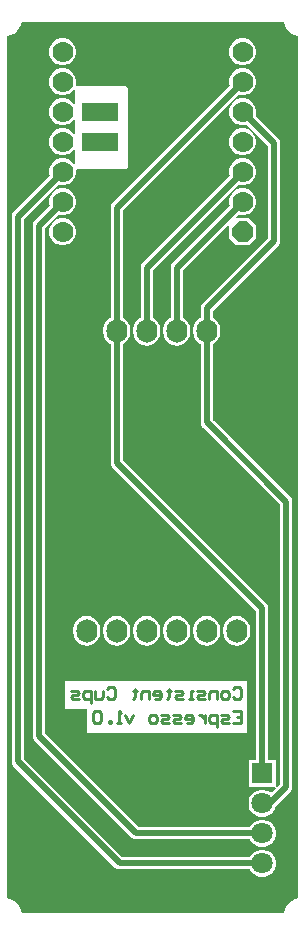
<source format=gbl>
G04*
G04 #@! TF.GenerationSoftware,Altium Limited,CircuitMaker,2.2.1 (6)*
G04*
G04 Layer_Physical_Order=2*
G04 Layer_Color=11436288*
%FSLAX25Y25*%
%MOIN*%
G70*
G04*
G04 #@! TF.SameCoordinates,563EFCBF-3155-4DB8-BDB2-99B1944089B0*
G04*
G04*
G04 #@! TF.FilePolarity,Positive*
G04*
G01*
G75*
%ADD10C,0.02000*%
%ADD11C,0.01000*%
%ADD12C,0.07000*%
%ADD13P,0.07577X8X202.5*%
%ADD14R,0.12000X0.06000*%
%ADD15O,0.07000X0.07874*%
%ADD16R,0.07087X0.07087*%
%ADD17C,0.07087*%
G36*
X558966Y488500D02*
X559569Y487371D01*
X560382Y486382D01*
X561371Y485569D01*
X562500Y484966D01*
X563471Y484671D01*
Y197328D01*
X562500Y197034D01*
X561371Y196431D01*
X560382Y195618D01*
X559569Y194629D01*
X558966Y193500D01*
X558672Y192529D01*
X471328D01*
X471034Y193500D01*
X470431Y194629D01*
X469618Y195618D01*
X468629Y196431D01*
X467499Y197034D01*
X466529Y197328D01*
Y484671D01*
X467499Y484966D01*
X468629Y485569D01*
X469618Y486382D01*
X470431Y487371D01*
X471034Y488500D01*
X471328Y489471D01*
X558672D01*
X558966Y488500D01*
D02*
G37*
%LPC*%
G36*
X545592Y484000D02*
X544408D01*
X543263Y483693D01*
X542237Y483101D01*
X541399Y482263D01*
X540807Y481237D01*
X540500Y480092D01*
Y478908D01*
X540807Y477763D01*
X541399Y476737D01*
X542237Y475899D01*
X543263Y475307D01*
X544408Y475000D01*
X545592D01*
X546737Y475307D01*
X547763Y475899D01*
X548601Y476737D01*
X549193Y477763D01*
X549500Y478908D01*
Y480092D01*
X549193Y481237D01*
X548601Y482263D01*
X547763Y483101D01*
X546737Y483693D01*
X545592Y484000D01*
D02*
G37*
G36*
X485592D02*
X484408D01*
X483263Y483693D01*
X482237Y483101D01*
X481399Y482263D01*
X480807Y481237D01*
X480500Y480092D01*
Y478908D01*
X480807Y477763D01*
X481399Y476737D01*
X482237Y475899D01*
X483263Y475307D01*
X484408Y475000D01*
X485592D01*
X486737Y475307D01*
X487763Y475899D01*
X488601Y476737D01*
X489193Y477763D01*
X489500Y478908D01*
Y480092D01*
X489193Y481237D01*
X488601Y482263D01*
X487763Y483101D01*
X486737Y483693D01*
X485592Y484000D01*
D02*
G37*
G36*
X545592Y474000D02*
X544408D01*
X543263Y473693D01*
X542237Y473101D01*
X541399Y472263D01*
X540807Y471237D01*
X540500Y470092D01*
Y468908D01*
X540716Y468100D01*
X501558Y428942D01*
X501116Y428280D01*
X500961Y427500D01*
Y390963D01*
X500731Y390868D01*
X499791Y390146D01*
X499069Y389206D01*
X498616Y388112D01*
X498461Y386937D01*
Y386063D01*
X498616Y384888D01*
X499069Y383794D01*
X499791Y382854D01*
X500731Y382132D01*
X500961Y382037D01*
Y342500D01*
X501116Y341720D01*
X501558Y341058D01*
X549461Y293155D01*
Y243543D01*
X546957D01*
Y234457D01*
X555581D01*
X555866Y234457D01*
X556094Y233978D01*
X554521Y232404D01*
X554290Y232635D01*
X553254Y233234D01*
X552098Y233543D01*
X550902D01*
X549746Y233234D01*
X548710Y232635D01*
X547864Y231790D01*
X547266Y230754D01*
X546957Y229598D01*
Y228402D01*
X547266Y227246D01*
X547864Y226210D01*
X548710Y225364D01*
X549746Y224766D01*
X550902Y224457D01*
X552098D01*
X553254Y224766D01*
X554290Y225364D01*
X555135Y226210D01*
X555734Y227246D01*
X555955Y228071D01*
X560942Y233058D01*
X560942Y233058D01*
X561384Y233720D01*
X561539Y234500D01*
Y329500D01*
X561384Y330280D01*
X560942Y330942D01*
X535039Y356845D01*
Y382037D01*
X535269Y382132D01*
X536209Y382854D01*
X536931Y383794D01*
X537384Y384888D01*
X537539Y386063D01*
Y386937D01*
X537384Y388112D01*
X536931Y389206D01*
X536209Y390146D01*
X535269Y390868D01*
X535039Y390963D01*
Y393155D01*
X556942Y415058D01*
X556942Y415058D01*
X557384Y415720D01*
X557539Y416500D01*
X557539Y416500D01*
Y449000D01*
X557384Y449780D01*
X556942Y450442D01*
X549284Y458100D01*
X549500Y458908D01*
Y460092D01*
X549193Y461237D01*
X548601Y462263D01*
X547763Y463101D01*
X546737Y463693D01*
X545592Y464000D01*
X544408D01*
X543263Y463693D01*
X542237Y463101D01*
X541399Y462263D01*
X540807Y461237D01*
X540500Y460092D01*
Y458908D01*
X540807Y457763D01*
X541399Y456737D01*
X542237Y455899D01*
X543263Y455307D01*
X544408Y455000D01*
X545592D01*
X546400Y455216D01*
X553461Y448155D01*
Y417345D01*
X531558Y395442D01*
X531116Y394780D01*
X530961Y394000D01*
Y390963D01*
X530731Y390868D01*
X529791Y390146D01*
X529069Y389206D01*
X528616Y388112D01*
X528461Y386937D01*
Y386063D01*
X528616Y384888D01*
X529069Y383794D01*
X529791Y382854D01*
X530731Y382132D01*
X530961Y382037D01*
Y356000D01*
X531116Y355220D01*
X531558Y354558D01*
X557461Y328655D01*
Y235345D01*
X556522Y234406D01*
X556043Y234634D01*
X556043Y234883D01*
Y243543D01*
X553539D01*
Y294000D01*
X553384Y294780D01*
X552942Y295442D01*
X505039Y343345D01*
Y382037D01*
X505269Y382132D01*
X506209Y382854D01*
X506931Y383794D01*
X507384Y384888D01*
X507539Y386063D01*
Y386937D01*
X507384Y388112D01*
X506931Y389206D01*
X506209Y390146D01*
X505269Y390868D01*
X505039Y390963D01*
Y426655D01*
X543600Y465216D01*
X544408Y465000D01*
X545592D01*
X546737Y465307D01*
X547763Y465899D01*
X548601Y466737D01*
X549193Y467763D01*
X549500Y468908D01*
Y470092D01*
X549193Y471237D01*
X548601Y472263D01*
X547763Y473101D01*
X546737Y473693D01*
X545592Y474000D01*
D02*
G37*
G36*
X485592D02*
X484408D01*
X483263Y473693D01*
X482237Y473101D01*
X481399Y472263D01*
X480807Y471237D01*
X480500Y470092D01*
Y468908D01*
X480807Y467763D01*
X481399Y466737D01*
X482237Y465899D01*
X483263Y465307D01*
X484408Y465000D01*
X485592D01*
X486737Y465307D01*
X487763Y465899D01*
X488601Y466737D01*
X488730Y466961D01*
X489230Y466827D01*
Y462173D01*
X488730Y462039D01*
X488601Y462263D01*
X487763Y463101D01*
X486737Y463693D01*
X485592Y464000D01*
X484408D01*
X483263Y463693D01*
X482237Y463101D01*
X481399Y462263D01*
X480807Y461237D01*
X480500Y460092D01*
Y458908D01*
X480807Y457763D01*
X481399Y456737D01*
X482237Y455899D01*
X483263Y455307D01*
X484408Y455000D01*
X485592D01*
X486737Y455307D01*
X487763Y455899D01*
X488601Y456737D01*
X488730Y456961D01*
X489230Y456827D01*
Y452173D01*
X488730Y452039D01*
X488601Y452263D01*
X487763Y453101D01*
X486737Y453693D01*
X485592Y454000D01*
X484408D01*
X483263Y453693D01*
X482237Y453101D01*
X481399Y452263D01*
X480807Y451237D01*
X480500Y450092D01*
Y448908D01*
X480807Y447763D01*
X481399Y446737D01*
X482237Y445899D01*
X483263Y445307D01*
X484408Y445000D01*
X485592D01*
X486737Y445307D01*
X487763Y445899D01*
X488601Y446737D01*
X488730Y446961D01*
X489230Y446827D01*
Y442173D01*
X488730Y442039D01*
X488601Y442263D01*
X487763Y443101D01*
X486737Y443693D01*
X485592Y444000D01*
X484408D01*
X483263Y443693D01*
X482237Y443101D01*
X481399Y442263D01*
X480807Y441237D01*
X480500Y440092D01*
Y438908D01*
X480716Y438100D01*
X468558Y425942D01*
X468116Y425280D01*
X467961Y424500D01*
Y243000D01*
X468116Y242220D01*
X468558Y241558D01*
X502558Y207558D01*
X503220Y207116D01*
X504000Y206961D01*
X547431D01*
X547864Y206210D01*
X548710Y205364D01*
X549746Y204766D01*
X550902Y204457D01*
X552098D01*
X553254Y204766D01*
X554290Y205364D01*
X555135Y206210D01*
X555734Y207246D01*
X556043Y208402D01*
Y209598D01*
X555734Y210754D01*
X555135Y211790D01*
X554290Y212635D01*
X553254Y213234D01*
X552098Y213543D01*
X550902D01*
X549746Y213234D01*
X548710Y212635D01*
X547864Y211790D01*
X547431Y211039D01*
X504845D01*
X472039Y243845D01*
Y423655D01*
X483600Y435216D01*
X484408Y435000D01*
X485592D01*
X486737Y435307D01*
X487763Y435899D01*
X488601Y436737D01*
X489193Y437763D01*
X489500Y438908D01*
Y440092D01*
X489466Y440220D01*
X489739Y440455D01*
X489895Y440551D01*
X490250Y440480D01*
X505750D01*
X506140Y440558D01*
X506471Y440779D01*
X506692Y441110D01*
X506770Y441500D01*
Y467000D01*
X506692Y467390D01*
X506471Y467721D01*
X506140Y467942D01*
X505750Y468020D01*
X490250D01*
X489860Y467942D01*
X489737Y467860D01*
X489303Y468171D01*
X489500Y468908D01*
Y470092D01*
X489193Y471237D01*
X488601Y472263D01*
X487763Y473101D01*
X486737Y473693D01*
X485592Y474000D01*
D02*
G37*
G36*
X545592Y454000D02*
X544408D01*
X543263Y453693D01*
X542237Y453101D01*
X541399Y452263D01*
X540807Y451237D01*
X540500Y450092D01*
Y448908D01*
X540807Y447763D01*
X541399Y446737D01*
X542237Y445899D01*
X543263Y445307D01*
X544408Y445000D01*
X545592D01*
X546737Y445307D01*
X547763Y445899D01*
X548601Y446737D01*
X549193Y447763D01*
X549500Y448908D01*
Y450092D01*
X549193Y451237D01*
X548601Y452263D01*
X547763Y453101D01*
X546737Y453693D01*
X545592Y454000D01*
D02*
G37*
G36*
Y444000D02*
X544408D01*
X543263Y443693D01*
X542237Y443101D01*
X541399Y442263D01*
X540807Y441237D01*
X540500Y440092D01*
Y438908D01*
X540716Y438100D01*
X511558Y408942D01*
X511116Y408280D01*
X510961Y407500D01*
Y390963D01*
X510731Y390868D01*
X509791Y390146D01*
X509069Y389206D01*
X508616Y388112D01*
X508461Y386937D01*
Y386063D01*
X508616Y384888D01*
X509069Y383794D01*
X509791Y382854D01*
X510731Y382132D01*
X511825Y381679D01*
X513000Y381524D01*
X514175Y381679D01*
X515269Y382132D01*
X516209Y382854D01*
X516931Y383794D01*
X517384Y384888D01*
X517539Y386063D01*
Y386937D01*
X517384Y388112D01*
X516931Y389206D01*
X516209Y390146D01*
X515269Y390868D01*
X515039Y390963D01*
Y406655D01*
X543600Y435216D01*
X544408Y435000D01*
X545592D01*
X546737Y435307D01*
X547763Y435899D01*
X548601Y436737D01*
X549193Y437763D01*
X549500Y438908D01*
Y440092D01*
X549193Y441237D01*
X548601Y442263D01*
X547763Y443101D01*
X546737Y443693D01*
X545592Y444000D01*
D02*
G37*
G36*
Y434000D02*
X544408D01*
X543263Y433693D01*
X542237Y433101D01*
X541399Y432263D01*
X540807Y431237D01*
X540500Y430092D01*
Y428908D01*
X540716Y428100D01*
X521558Y408942D01*
X521116Y408280D01*
X520961Y407500D01*
Y390963D01*
X520731Y390868D01*
X519791Y390146D01*
X519069Y389206D01*
X518616Y388112D01*
X518461Y386937D01*
Y386063D01*
X518616Y384888D01*
X519069Y383794D01*
X519791Y382854D01*
X520731Y382132D01*
X521825Y381679D01*
X523000Y381524D01*
X524175Y381679D01*
X525269Y382132D01*
X526209Y382854D01*
X526931Y383794D01*
X527384Y384888D01*
X527539Y386063D01*
Y386937D01*
X527384Y388112D01*
X526931Y389206D01*
X526209Y390146D01*
X525269Y390868D01*
X525039Y390963D01*
Y406655D01*
X540000Y421616D01*
X540500Y421409D01*
Y417250D01*
X542750Y415000D01*
X547250D01*
X549500Y417250D01*
Y421750D01*
X547250Y424000D01*
X543091D01*
X542884Y424500D01*
X543600Y425216D01*
X544408Y425000D01*
X545592D01*
X546737Y425307D01*
X547763Y425899D01*
X548601Y426737D01*
X549193Y427763D01*
X549500Y428908D01*
Y430092D01*
X549193Y431237D01*
X548601Y432263D01*
X547763Y433101D01*
X546737Y433693D01*
X545592Y434000D01*
D02*
G37*
G36*
X485592D02*
X484408D01*
X483263Y433693D01*
X482237Y433101D01*
X481399Y432263D01*
X480807Y431237D01*
X480500Y430092D01*
Y428908D01*
X480716Y428100D01*
X475558Y422942D01*
X475116Y422280D01*
X474961Y421500D01*
Y251500D01*
X475116Y250720D01*
X475558Y250058D01*
X508058Y217558D01*
X508720Y217116D01*
X509500Y216961D01*
X547431D01*
X547864Y216210D01*
X548710Y215365D01*
X549746Y214766D01*
X550902Y214457D01*
X552098D01*
X553254Y214766D01*
X554290Y215365D01*
X555135Y216210D01*
X555734Y217246D01*
X556043Y218402D01*
Y219598D01*
X555734Y220754D01*
X555135Y221790D01*
X554290Y222636D01*
X553254Y223234D01*
X552098Y223543D01*
X550902D01*
X549746Y223234D01*
X548710Y222636D01*
X547864Y221790D01*
X547431Y221039D01*
X510345D01*
X479039Y252345D01*
Y420655D01*
X483600Y425216D01*
X484408Y425000D01*
X485592D01*
X486737Y425307D01*
X487763Y425899D01*
X488601Y426737D01*
X489193Y427763D01*
X489500Y428908D01*
Y430092D01*
X489193Y431237D01*
X488601Y432263D01*
X487763Y433101D01*
X486737Y433693D01*
X485592Y434000D01*
D02*
G37*
G36*
Y424000D02*
X484408D01*
X483263Y423693D01*
X482237Y423101D01*
X481399Y422263D01*
X480807Y421237D01*
X480500Y420092D01*
Y418908D01*
X480807Y417763D01*
X481399Y416737D01*
X482237Y415899D01*
X483263Y415307D01*
X484408Y415000D01*
X485592D01*
X486737Y415307D01*
X487763Y415899D01*
X488601Y416737D01*
X489193Y417763D01*
X489500Y418908D01*
Y420092D01*
X489193Y421237D01*
X488601Y422263D01*
X487763Y423101D01*
X486737Y423693D01*
X485592Y424000D01*
D02*
G37*
G36*
X543000Y291476D02*
X541825Y291321D01*
X540731Y290868D01*
X539791Y290146D01*
X539069Y289206D01*
X538616Y288112D01*
X538461Y286937D01*
Y286063D01*
X538616Y284888D01*
X539069Y283794D01*
X539791Y282854D01*
X540731Y282132D01*
X541825Y281679D01*
X543000Y281524D01*
X544175Y281679D01*
X545269Y282132D01*
X546209Y282854D01*
X546931Y283794D01*
X547384Y284888D01*
X547539Y286063D01*
Y286937D01*
X547384Y288112D01*
X546931Y289206D01*
X546209Y290146D01*
X545269Y290868D01*
X544175Y291321D01*
X543000Y291476D01*
D02*
G37*
G36*
X533000D02*
X531825Y291321D01*
X530731Y290868D01*
X529791Y290146D01*
X529069Y289206D01*
X528616Y288112D01*
X528461Y286937D01*
Y286063D01*
X528616Y284888D01*
X529069Y283794D01*
X529791Y282854D01*
X530731Y282132D01*
X531825Y281679D01*
X533000Y281524D01*
X534175Y281679D01*
X535269Y282132D01*
X536209Y282854D01*
X536931Y283794D01*
X537384Y284888D01*
X537539Y286063D01*
Y286937D01*
X537384Y288112D01*
X536931Y289206D01*
X536209Y290146D01*
X535269Y290868D01*
X534175Y291321D01*
X533000Y291476D01*
D02*
G37*
G36*
X523000D02*
X521825Y291321D01*
X520731Y290868D01*
X519791Y290146D01*
X519069Y289206D01*
X518616Y288112D01*
X518461Y286937D01*
Y286063D01*
X518616Y284888D01*
X519069Y283794D01*
X519791Y282854D01*
X520731Y282132D01*
X521825Y281679D01*
X523000Y281524D01*
X524175Y281679D01*
X525269Y282132D01*
X526209Y282854D01*
X526931Y283794D01*
X527384Y284888D01*
X527539Y286063D01*
Y286937D01*
X527384Y288112D01*
X526931Y289206D01*
X526209Y290146D01*
X525269Y290868D01*
X524175Y291321D01*
X523000Y291476D01*
D02*
G37*
G36*
X513000D02*
X511825Y291321D01*
X510731Y290868D01*
X509791Y290146D01*
X509069Y289206D01*
X508616Y288112D01*
X508461Y286937D01*
Y286063D01*
X508616Y284888D01*
X509069Y283794D01*
X509791Y282854D01*
X510731Y282132D01*
X511825Y281679D01*
X513000Y281524D01*
X514175Y281679D01*
X515269Y282132D01*
X516209Y282854D01*
X516931Y283794D01*
X517384Y284888D01*
X517539Y286063D01*
Y286937D01*
X517384Y288112D01*
X516931Y289206D01*
X516209Y290146D01*
X515269Y290868D01*
X514175Y291321D01*
X513000Y291476D01*
D02*
G37*
G36*
X503000D02*
X501825Y291321D01*
X500731Y290868D01*
X499791Y290146D01*
X499069Y289206D01*
X498616Y288112D01*
X498461Y286937D01*
Y286063D01*
X498616Y284888D01*
X499069Y283794D01*
X499791Y282854D01*
X500731Y282132D01*
X501825Y281679D01*
X503000Y281524D01*
X504175Y281679D01*
X505269Y282132D01*
X506209Y282854D01*
X506931Y283794D01*
X507384Y284888D01*
X507539Y286063D01*
Y286937D01*
X507384Y288112D01*
X506931Y289206D01*
X506209Y290146D01*
X505269Y290868D01*
X504175Y291321D01*
X503000Y291476D01*
D02*
G37*
G36*
X493000D02*
X491825Y291321D01*
X490731Y290868D01*
X489791Y290146D01*
X489069Y289206D01*
X488616Y288112D01*
X488461Y286937D01*
Y286063D01*
X488616Y284888D01*
X489069Y283794D01*
X489791Y282854D01*
X490731Y282132D01*
X491825Y281679D01*
X493000Y281524D01*
X494175Y281679D01*
X495269Y282132D01*
X496209Y282854D01*
X496931Y283794D01*
X497384Y284888D01*
X497539Y286063D01*
Y286937D01*
X497384Y288112D01*
X496931Y289206D01*
X496209Y290146D01*
X495269Y290868D01*
X494175Y291321D01*
X493000Y291476D01*
D02*
G37*
G36*
X546500Y269832D02*
X485852D01*
Y260500D01*
X493183D01*
Y252500D01*
X546500D01*
Y260500D01*
Y269832D01*
D02*
G37*
%LPD*%
D10*
X545000Y459500D02*
X555500Y449000D01*
Y416500D02*
Y449000D01*
X533000Y394000D02*
X555500Y416500D01*
X533000Y386500D02*
Y394000D01*
X477000Y421500D02*
X485000Y429500D01*
X477000Y251500D02*
Y421500D01*
Y251500D02*
X509500Y219000D01*
X470000Y424500D02*
X485000Y439500D01*
X470000Y243000D02*
Y424500D01*
Y243000D02*
X504000Y209000D01*
X559500Y234500D02*
Y329500D01*
X554000Y229000D02*
X559500Y234500D01*
X551500Y229000D02*
X554000D01*
X533000Y356000D02*
X559500Y329500D01*
X503000Y342500D02*
X551500Y294000D01*
Y239000D02*
Y294000D01*
X503000Y342500D02*
Y386500D01*
X509500Y219000D02*
X551500D01*
X504000Y209000D02*
X551500D01*
X513000Y386500D02*
Y407500D01*
X545000Y439500D01*
X523000Y386500D02*
Y407500D01*
X545000Y429500D01*
X503000Y386500D02*
Y427500D01*
X545000Y469500D01*
X533000Y356000D02*
Y386500D01*
D11*
X541834Y259832D02*
X544500D01*
Y255833D01*
X541834D01*
X544500Y257832D02*
X543167D01*
X540501Y255833D02*
X538502D01*
X537836Y256499D01*
X538502Y257166D01*
X539835D01*
X540501Y257832D01*
X539835Y258499D01*
X537836D01*
X536503Y254500D02*
Y258499D01*
X534503D01*
X533837Y257832D01*
Y256499D01*
X534503Y255833D01*
X536503D01*
X532504Y258499D02*
Y255833D01*
Y257166D01*
X531837Y257832D01*
X531171Y258499D01*
X530505D01*
X526506Y255833D02*
X527839D01*
X528505Y256499D01*
Y257832D01*
X527839Y258499D01*
X526506D01*
X525839Y257832D01*
Y257166D01*
X528505D01*
X524507Y255833D02*
X522507D01*
X521841Y256499D01*
X522507Y257166D01*
X523840D01*
X524507Y257832D01*
X523840Y258499D01*
X521841D01*
X520508Y255833D02*
X518508D01*
X517842Y256499D01*
X518508Y257166D01*
X519841D01*
X520508Y257832D01*
X519841Y258499D01*
X517842D01*
X515843Y255833D02*
X514510D01*
X513843Y256499D01*
Y257832D01*
X514510Y258499D01*
X515843D01*
X516509Y257832D01*
Y256499D01*
X515843Y255833D01*
X508512Y258499D02*
X507179Y255833D01*
X505846Y258499D01*
X504513Y255833D02*
X503180D01*
X503847D01*
Y259832D01*
X504513Y259165D01*
X501181Y255833D02*
Y256499D01*
X500514D01*
Y255833D01*
X501181D01*
X497848Y259165D02*
X497182Y259832D01*
X495849D01*
X495183Y259165D01*
Y256499D01*
X495849Y255833D01*
X497182D01*
X497848Y256499D01*
Y259165D01*
X541834Y267165D02*
X542501Y267832D01*
X543834D01*
X544500Y267165D01*
Y264499D01*
X543834Y263833D01*
X542501D01*
X541834Y264499D01*
X539835Y263833D02*
X538502D01*
X537836Y264499D01*
Y265832D01*
X538502Y266499D01*
X539835D01*
X540501Y265832D01*
Y264499D01*
X539835Y263833D01*
X536503D02*
Y266499D01*
X534503D01*
X533837Y265832D01*
Y263833D01*
X532504D02*
X530505D01*
X529838Y264499D01*
X530505Y265166D01*
X531837D01*
X532504Y265832D01*
X531837Y266499D01*
X529838D01*
X528505Y263833D02*
X527172D01*
X527839D01*
Y266499D01*
X528505D01*
X525173Y263833D02*
X523174D01*
X522507Y264499D01*
X523174Y265166D01*
X524507D01*
X525173Y265832D01*
X524507Y266499D01*
X522507D01*
X520508Y267165D02*
Y266499D01*
X521174D01*
X519841D01*
X520508D01*
Y264499D01*
X519841Y263833D01*
X515843D02*
X517175D01*
X517842Y264499D01*
Y265832D01*
X517175Y266499D01*
X515843D01*
X515176Y265832D01*
Y265166D01*
X517842D01*
X513843Y263833D02*
Y266499D01*
X511844D01*
X511177Y265832D01*
Y263833D01*
X509178Y267165D02*
Y266499D01*
X509844D01*
X508512D01*
X509178D01*
Y264499D01*
X508512Y263833D01*
X499848Y267165D02*
X500514Y267832D01*
X501847D01*
X502514Y267165D01*
Y264499D01*
X501847Y263833D01*
X500514D01*
X499848Y264499D01*
X498515Y266499D02*
Y264499D01*
X497848Y263833D01*
X495849D01*
Y266499D01*
X494516Y262500D02*
Y266499D01*
X492517D01*
X491850Y265832D01*
Y264499D01*
X492517Y263833D01*
X494516D01*
X490517D02*
X488518D01*
X487852Y264499D01*
X488518Y265166D01*
X489851D01*
X490517Y265832D01*
X489851Y266499D01*
X487852D01*
D12*
X545000Y479500D02*
D03*
Y469500D02*
D03*
Y459500D02*
D03*
Y449500D02*
D03*
Y439500D02*
D03*
Y429500D02*
D03*
X485000Y419500D02*
D03*
Y429500D02*
D03*
Y439500D02*
D03*
Y449500D02*
D03*
Y459500D02*
D03*
Y469500D02*
D03*
Y479500D02*
D03*
D13*
X545000Y419500D02*
D03*
D14*
X497500Y449500D02*
D03*
Y459500D02*
D03*
D15*
X523000Y386500D02*
D03*
X493000Y286500D02*
D03*
X523000D02*
D03*
X513000Y386500D02*
D03*
X503000D02*
D03*
X533000D02*
D03*
X513000Y286500D02*
D03*
X503000D02*
D03*
X543000D02*
D03*
X533000D02*
D03*
D16*
X551500Y239000D02*
D03*
D17*
Y229000D02*
D03*
Y219000D02*
D03*
Y209000D02*
D03*
M02*

</source>
